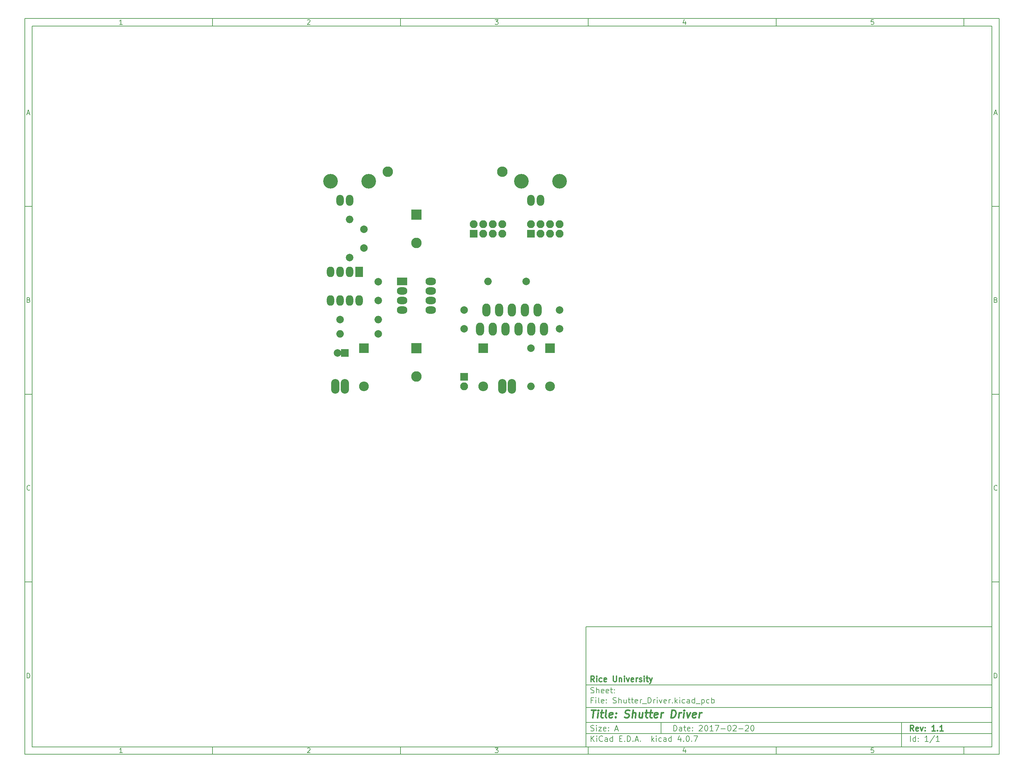
<source format=gts>
%TF.GenerationSoftware,KiCad,Pcbnew,4.0.7*%
%TF.CreationDate,2018-02-11T16:58:38-06:00*%
%TF.ProjectId,Shutter_Driver,536875747465725F4472697665722E6B,1.1*%
%TF.FileFunction,Soldermask,Top*%
%FSLAX46Y46*%
G04 Gerber Fmt 4.6, Leading zero omitted, Abs format (unit mm)*
G04 Created by KiCad (PCBNEW 4.0.7) date 02/11/18 16:58:38*
%MOMM*%
%LPD*%
G01*
G04 APERTURE LIST*
%ADD10C,0.100000*%
%ADD11C,0.150000*%
%ADD12C,0.300000*%
%ADD13C,0.400000*%
%ADD14O,2.200860X3.900120*%
%ADD15R,2.100000X2.100000*%
%ADD16O,2.100000X2.100000*%
%ADD17O,2.178000X3.448000*%
%ADD18C,3.900120*%
%ADD19O,2.000200X2.899360*%
%ADD20C,2.000000*%
%ADD21R,2.800000X2.800000*%
%ADD22C,2.800000*%
%ADD23R,2.000000X2.000000*%
%ADD24R,2.600000X2.600000*%
%ADD25O,2.600000X2.600000*%
%ADD26O,2.000000X2.000000*%
%ADD27O,2.800000X2.800000*%
%ADD28R,2.000000X2.800000*%
%ADD29O,2.000000X2.800000*%
%ADD30R,2.800000X2.000000*%
%ADD31O,2.800000X2.000000*%
G04 APERTURE END LIST*
D10*
D11*
X159400000Y-171900000D02*
X159400000Y-203900000D01*
X267400000Y-203900000D01*
X267400000Y-171900000D01*
X159400000Y-171900000D01*
D10*
D11*
X10000000Y-10000000D02*
X10000000Y-205900000D01*
X269400000Y-205900000D01*
X269400000Y-10000000D01*
X10000000Y-10000000D01*
D10*
D11*
X12000000Y-12000000D02*
X12000000Y-203900000D01*
X267400000Y-203900000D01*
X267400000Y-12000000D01*
X12000000Y-12000000D01*
D10*
D11*
X60000000Y-12000000D02*
X60000000Y-10000000D01*
D10*
D11*
X110000000Y-12000000D02*
X110000000Y-10000000D01*
D10*
D11*
X160000000Y-12000000D02*
X160000000Y-10000000D01*
D10*
D11*
X210000000Y-12000000D02*
X210000000Y-10000000D01*
D10*
D11*
X260000000Y-12000000D02*
X260000000Y-10000000D01*
D10*
D11*
X35990476Y-11588095D02*
X35247619Y-11588095D01*
X35619048Y-11588095D02*
X35619048Y-10288095D01*
X35495238Y-10473810D01*
X35371429Y-10597619D01*
X35247619Y-10659524D01*
D10*
D11*
X85247619Y-10411905D02*
X85309524Y-10350000D01*
X85433333Y-10288095D01*
X85742857Y-10288095D01*
X85866667Y-10350000D01*
X85928571Y-10411905D01*
X85990476Y-10535714D01*
X85990476Y-10659524D01*
X85928571Y-10845238D01*
X85185714Y-11588095D01*
X85990476Y-11588095D01*
D10*
D11*
X135185714Y-10288095D02*
X135990476Y-10288095D01*
X135557143Y-10783333D01*
X135742857Y-10783333D01*
X135866667Y-10845238D01*
X135928571Y-10907143D01*
X135990476Y-11030952D01*
X135990476Y-11340476D01*
X135928571Y-11464286D01*
X135866667Y-11526190D01*
X135742857Y-11588095D01*
X135371429Y-11588095D01*
X135247619Y-11526190D01*
X135185714Y-11464286D01*
D10*
D11*
X185866667Y-10721429D02*
X185866667Y-11588095D01*
X185557143Y-10226190D02*
X185247619Y-11154762D01*
X186052381Y-11154762D01*
D10*
D11*
X235928571Y-10288095D02*
X235309524Y-10288095D01*
X235247619Y-10907143D01*
X235309524Y-10845238D01*
X235433333Y-10783333D01*
X235742857Y-10783333D01*
X235866667Y-10845238D01*
X235928571Y-10907143D01*
X235990476Y-11030952D01*
X235990476Y-11340476D01*
X235928571Y-11464286D01*
X235866667Y-11526190D01*
X235742857Y-11588095D01*
X235433333Y-11588095D01*
X235309524Y-11526190D01*
X235247619Y-11464286D01*
D10*
D11*
X60000000Y-203900000D02*
X60000000Y-205900000D01*
D10*
D11*
X110000000Y-203900000D02*
X110000000Y-205900000D01*
D10*
D11*
X160000000Y-203900000D02*
X160000000Y-205900000D01*
D10*
D11*
X210000000Y-203900000D02*
X210000000Y-205900000D01*
D10*
D11*
X260000000Y-203900000D02*
X260000000Y-205900000D01*
D10*
D11*
X35990476Y-205488095D02*
X35247619Y-205488095D01*
X35619048Y-205488095D02*
X35619048Y-204188095D01*
X35495238Y-204373810D01*
X35371429Y-204497619D01*
X35247619Y-204559524D01*
D10*
D11*
X85247619Y-204311905D02*
X85309524Y-204250000D01*
X85433333Y-204188095D01*
X85742857Y-204188095D01*
X85866667Y-204250000D01*
X85928571Y-204311905D01*
X85990476Y-204435714D01*
X85990476Y-204559524D01*
X85928571Y-204745238D01*
X85185714Y-205488095D01*
X85990476Y-205488095D01*
D10*
D11*
X135185714Y-204188095D02*
X135990476Y-204188095D01*
X135557143Y-204683333D01*
X135742857Y-204683333D01*
X135866667Y-204745238D01*
X135928571Y-204807143D01*
X135990476Y-204930952D01*
X135990476Y-205240476D01*
X135928571Y-205364286D01*
X135866667Y-205426190D01*
X135742857Y-205488095D01*
X135371429Y-205488095D01*
X135247619Y-205426190D01*
X135185714Y-205364286D01*
D10*
D11*
X185866667Y-204621429D02*
X185866667Y-205488095D01*
X185557143Y-204126190D02*
X185247619Y-205054762D01*
X186052381Y-205054762D01*
D10*
D11*
X235928571Y-204188095D02*
X235309524Y-204188095D01*
X235247619Y-204807143D01*
X235309524Y-204745238D01*
X235433333Y-204683333D01*
X235742857Y-204683333D01*
X235866667Y-204745238D01*
X235928571Y-204807143D01*
X235990476Y-204930952D01*
X235990476Y-205240476D01*
X235928571Y-205364286D01*
X235866667Y-205426190D01*
X235742857Y-205488095D01*
X235433333Y-205488095D01*
X235309524Y-205426190D01*
X235247619Y-205364286D01*
D10*
D11*
X10000000Y-60000000D02*
X12000000Y-60000000D01*
D10*
D11*
X10000000Y-110000000D02*
X12000000Y-110000000D01*
D10*
D11*
X10000000Y-160000000D02*
X12000000Y-160000000D01*
D10*
D11*
X10690476Y-35216667D02*
X11309524Y-35216667D01*
X10566667Y-35588095D02*
X11000000Y-34288095D01*
X11433333Y-35588095D01*
D10*
D11*
X11092857Y-84907143D02*
X11278571Y-84969048D01*
X11340476Y-85030952D01*
X11402381Y-85154762D01*
X11402381Y-85340476D01*
X11340476Y-85464286D01*
X11278571Y-85526190D01*
X11154762Y-85588095D01*
X10659524Y-85588095D01*
X10659524Y-84288095D01*
X11092857Y-84288095D01*
X11216667Y-84350000D01*
X11278571Y-84411905D01*
X11340476Y-84535714D01*
X11340476Y-84659524D01*
X11278571Y-84783333D01*
X11216667Y-84845238D01*
X11092857Y-84907143D01*
X10659524Y-84907143D01*
D10*
D11*
X11402381Y-135464286D02*
X11340476Y-135526190D01*
X11154762Y-135588095D01*
X11030952Y-135588095D01*
X10845238Y-135526190D01*
X10721429Y-135402381D01*
X10659524Y-135278571D01*
X10597619Y-135030952D01*
X10597619Y-134845238D01*
X10659524Y-134597619D01*
X10721429Y-134473810D01*
X10845238Y-134350000D01*
X11030952Y-134288095D01*
X11154762Y-134288095D01*
X11340476Y-134350000D01*
X11402381Y-134411905D01*
D10*
D11*
X10659524Y-185588095D02*
X10659524Y-184288095D01*
X10969048Y-184288095D01*
X11154762Y-184350000D01*
X11278571Y-184473810D01*
X11340476Y-184597619D01*
X11402381Y-184845238D01*
X11402381Y-185030952D01*
X11340476Y-185278571D01*
X11278571Y-185402381D01*
X11154762Y-185526190D01*
X10969048Y-185588095D01*
X10659524Y-185588095D01*
D10*
D11*
X269400000Y-60000000D02*
X267400000Y-60000000D01*
D10*
D11*
X269400000Y-110000000D02*
X267400000Y-110000000D01*
D10*
D11*
X269400000Y-160000000D02*
X267400000Y-160000000D01*
D10*
D11*
X268090476Y-35216667D02*
X268709524Y-35216667D01*
X267966667Y-35588095D02*
X268400000Y-34288095D01*
X268833333Y-35588095D01*
D10*
D11*
X268492857Y-84907143D02*
X268678571Y-84969048D01*
X268740476Y-85030952D01*
X268802381Y-85154762D01*
X268802381Y-85340476D01*
X268740476Y-85464286D01*
X268678571Y-85526190D01*
X268554762Y-85588095D01*
X268059524Y-85588095D01*
X268059524Y-84288095D01*
X268492857Y-84288095D01*
X268616667Y-84350000D01*
X268678571Y-84411905D01*
X268740476Y-84535714D01*
X268740476Y-84659524D01*
X268678571Y-84783333D01*
X268616667Y-84845238D01*
X268492857Y-84907143D01*
X268059524Y-84907143D01*
D10*
D11*
X268802381Y-135464286D02*
X268740476Y-135526190D01*
X268554762Y-135588095D01*
X268430952Y-135588095D01*
X268245238Y-135526190D01*
X268121429Y-135402381D01*
X268059524Y-135278571D01*
X267997619Y-135030952D01*
X267997619Y-134845238D01*
X268059524Y-134597619D01*
X268121429Y-134473810D01*
X268245238Y-134350000D01*
X268430952Y-134288095D01*
X268554762Y-134288095D01*
X268740476Y-134350000D01*
X268802381Y-134411905D01*
D10*
D11*
X268059524Y-185588095D02*
X268059524Y-184288095D01*
X268369048Y-184288095D01*
X268554762Y-184350000D01*
X268678571Y-184473810D01*
X268740476Y-184597619D01*
X268802381Y-184845238D01*
X268802381Y-185030952D01*
X268740476Y-185278571D01*
X268678571Y-185402381D01*
X268554762Y-185526190D01*
X268369048Y-185588095D01*
X268059524Y-185588095D01*
D10*
D11*
X182757143Y-199678571D02*
X182757143Y-198178571D01*
X183114286Y-198178571D01*
X183328571Y-198250000D01*
X183471429Y-198392857D01*
X183542857Y-198535714D01*
X183614286Y-198821429D01*
X183614286Y-199035714D01*
X183542857Y-199321429D01*
X183471429Y-199464286D01*
X183328571Y-199607143D01*
X183114286Y-199678571D01*
X182757143Y-199678571D01*
X184900000Y-199678571D02*
X184900000Y-198892857D01*
X184828571Y-198750000D01*
X184685714Y-198678571D01*
X184400000Y-198678571D01*
X184257143Y-198750000D01*
X184900000Y-199607143D02*
X184757143Y-199678571D01*
X184400000Y-199678571D01*
X184257143Y-199607143D01*
X184185714Y-199464286D01*
X184185714Y-199321429D01*
X184257143Y-199178571D01*
X184400000Y-199107143D01*
X184757143Y-199107143D01*
X184900000Y-199035714D01*
X185400000Y-198678571D02*
X185971429Y-198678571D01*
X185614286Y-198178571D02*
X185614286Y-199464286D01*
X185685714Y-199607143D01*
X185828572Y-199678571D01*
X185971429Y-199678571D01*
X187042857Y-199607143D02*
X186900000Y-199678571D01*
X186614286Y-199678571D01*
X186471429Y-199607143D01*
X186400000Y-199464286D01*
X186400000Y-198892857D01*
X186471429Y-198750000D01*
X186614286Y-198678571D01*
X186900000Y-198678571D01*
X187042857Y-198750000D01*
X187114286Y-198892857D01*
X187114286Y-199035714D01*
X186400000Y-199178571D01*
X187757143Y-199535714D02*
X187828571Y-199607143D01*
X187757143Y-199678571D01*
X187685714Y-199607143D01*
X187757143Y-199535714D01*
X187757143Y-199678571D01*
X187757143Y-198750000D02*
X187828571Y-198821429D01*
X187757143Y-198892857D01*
X187685714Y-198821429D01*
X187757143Y-198750000D01*
X187757143Y-198892857D01*
X189542857Y-198321429D02*
X189614286Y-198250000D01*
X189757143Y-198178571D01*
X190114286Y-198178571D01*
X190257143Y-198250000D01*
X190328572Y-198321429D01*
X190400000Y-198464286D01*
X190400000Y-198607143D01*
X190328572Y-198821429D01*
X189471429Y-199678571D01*
X190400000Y-199678571D01*
X191328571Y-198178571D02*
X191471428Y-198178571D01*
X191614285Y-198250000D01*
X191685714Y-198321429D01*
X191757143Y-198464286D01*
X191828571Y-198750000D01*
X191828571Y-199107143D01*
X191757143Y-199392857D01*
X191685714Y-199535714D01*
X191614285Y-199607143D01*
X191471428Y-199678571D01*
X191328571Y-199678571D01*
X191185714Y-199607143D01*
X191114285Y-199535714D01*
X191042857Y-199392857D01*
X190971428Y-199107143D01*
X190971428Y-198750000D01*
X191042857Y-198464286D01*
X191114285Y-198321429D01*
X191185714Y-198250000D01*
X191328571Y-198178571D01*
X193257142Y-199678571D02*
X192399999Y-199678571D01*
X192828571Y-199678571D02*
X192828571Y-198178571D01*
X192685714Y-198392857D01*
X192542856Y-198535714D01*
X192399999Y-198607143D01*
X193757142Y-198178571D02*
X194757142Y-198178571D01*
X194114285Y-199678571D01*
X195328570Y-199107143D02*
X196471427Y-199107143D01*
X197471427Y-198178571D02*
X197614284Y-198178571D01*
X197757141Y-198250000D01*
X197828570Y-198321429D01*
X197899999Y-198464286D01*
X197971427Y-198750000D01*
X197971427Y-199107143D01*
X197899999Y-199392857D01*
X197828570Y-199535714D01*
X197757141Y-199607143D01*
X197614284Y-199678571D01*
X197471427Y-199678571D01*
X197328570Y-199607143D01*
X197257141Y-199535714D01*
X197185713Y-199392857D01*
X197114284Y-199107143D01*
X197114284Y-198750000D01*
X197185713Y-198464286D01*
X197257141Y-198321429D01*
X197328570Y-198250000D01*
X197471427Y-198178571D01*
X198542855Y-198321429D02*
X198614284Y-198250000D01*
X198757141Y-198178571D01*
X199114284Y-198178571D01*
X199257141Y-198250000D01*
X199328570Y-198321429D01*
X199399998Y-198464286D01*
X199399998Y-198607143D01*
X199328570Y-198821429D01*
X198471427Y-199678571D01*
X199399998Y-199678571D01*
X200042855Y-199107143D02*
X201185712Y-199107143D01*
X201828569Y-198321429D02*
X201899998Y-198250000D01*
X202042855Y-198178571D01*
X202399998Y-198178571D01*
X202542855Y-198250000D01*
X202614284Y-198321429D01*
X202685712Y-198464286D01*
X202685712Y-198607143D01*
X202614284Y-198821429D01*
X201757141Y-199678571D01*
X202685712Y-199678571D01*
X203614283Y-198178571D02*
X203757140Y-198178571D01*
X203899997Y-198250000D01*
X203971426Y-198321429D01*
X204042855Y-198464286D01*
X204114283Y-198750000D01*
X204114283Y-199107143D01*
X204042855Y-199392857D01*
X203971426Y-199535714D01*
X203899997Y-199607143D01*
X203757140Y-199678571D01*
X203614283Y-199678571D01*
X203471426Y-199607143D01*
X203399997Y-199535714D01*
X203328569Y-199392857D01*
X203257140Y-199107143D01*
X203257140Y-198750000D01*
X203328569Y-198464286D01*
X203399997Y-198321429D01*
X203471426Y-198250000D01*
X203614283Y-198178571D01*
D10*
D11*
X159400000Y-200400000D02*
X267400000Y-200400000D01*
D10*
D11*
X160757143Y-202478571D02*
X160757143Y-200978571D01*
X161614286Y-202478571D02*
X160971429Y-201621429D01*
X161614286Y-200978571D02*
X160757143Y-201835714D01*
X162257143Y-202478571D02*
X162257143Y-201478571D01*
X162257143Y-200978571D02*
X162185714Y-201050000D01*
X162257143Y-201121429D01*
X162328571Y-201050000D01*
X162257143Y-200978571D01*
X162257143Y-201121429D01*
X163828572Y-202335714D02*
X163757143Y-202407143D01*
X163542857Y-202478571D01*
X163400000Y-202478571D01*
X163185715Y-202407143D01*
X163042857Y-202264286D01*
X162971429Y-202121429D01*
X162900000Y-201835714D01*
X162900000Y-201621429D01*
X162971429Y-201335714D01*
X163042857Y-201192857D01*
X163185715Y-201050000D01*
X163400000Y-200978571D01*
X163542857Y-200978571D01*
X163757143Y-201050000D01*
X163828572Y-201121429D01*
X165114286Y-202478571D02*
X165114286Y-201692857D01*
X165042857Y-201550000D01*
X164900000Y-201478571D01*
X164614286Y-201478571D01*
X164471429Y-201550000D01*
X165114286Y-202407143D02*
X164971429Y-202478571D01*
X164614286Y-202478571D01*
X164471429Y-202407143D01*
X164400000Y-202264286D01*
X164400000Y-202121429D01*
X164471429Y-201978571D01*
X164614286Y-201907143D01*
X164971429Y-201907143D01*
X165114286Y-201835714D01*
X166471429Y-202478571D02*
X166471429Y-200978571D01*
X166471429Y-202407143D02*
X166328572Y-202478571D01*
X166042858Y-202478571D01*
X165900000Y-202407143D01*
X165828572Y-202335714D01*
X165757143Y-202192857D01*
X165757143Y-201764286D01*
X165828572Y-201621429D01*
X165900000Y-201550000D01*
X166042858Y-201478571D01*
X166328572Y-201478571D01*
X166471429Y-201550000D01*
X168328572Y-201692857D02*
X168828572Y-201692857D01*
X169042858Y-202478571D02*
X168328572Y-202478571D01*
X168328572Y-200978571D01*
X169042858Y-200978571D01*
X169685715Y-202335714D02*
X169757143Y-202407143D01*
X169685715Y-202478571D01*
X169614286Y-202407143D01*
X169685715Y-202335714D01*
X169685715Y-202478571D01*
X170400001Y-202478571D02*
X170400001Y-200978571D01*
X170757144Y-200978571D01*
X170971429Y-201050000D01*
X171114287Y-201192857D01*
X171185715Y-201335714D01*
X171257144Y-201621429D01*
X171257144Y-201835714D01*
X171185715Y-202121429D01*
X171114287Y-202264286D01*
X170971429Y-202407143D01*
X170757144Y-202478571D01*
X170400001Y-202478571D01*
X171900001Y-202335714D02*
X171971429Y-202407143D01*
X171900001Y-202478571D01*
X171828572Y-202407143D01*
X171900001Y-202335714D01*
X171900001Y-202478571D01*
X172542858Y-202050000D02*
X173257144Y-202050000D01*
X172400001Y-202478571D02*
X172900001Y-200978571D01*
X173400001Y-202478571D01*
X173900001Y-202335714D02*
X173971429Y-202407143D01*
X173900001Y-202478571D01*
X173828572Y-202407143D01*
X173900001Y-202335714D01*
X173900001Y-202478571D01*
X176900001Y-202478571D02*
X176900001Y-200978571D01*
X177042858Y-201907143D02*
X177471429Y-202478571D01*
X177471429Y-201478571D02*
X176900001Y-202050000D01*
X178114287Y-202478571D02*
X178114287Y-201478571D01*
X178114287Y-200978571D02*
X178042858Y-201050000D01*
X178114287Y-201121429D01*
X178185715Y-201050000D01*
X178114287Y-200978571D01*
X178114287Y-201121429D01*
X179471430Y-202407143D02*
X179328573Y-202478571D01*
X179042859Y-202478571D01*
X178900001Y-202407143D01*
X178828573Y-202335714D01*
X178757144Y-202192857D01*
X178757144Y-201764286D01*
X178828573Y-201621429D01*
X178900001Y-201550000D01*
X179042859Y-201478571D01*
X179328573Y-201478571D01*
X179471430Y-201550000D01*
X180757144Y-202478571D02*
X180757144Y-201692857D01*
X180685715Y-201550000D01*
X180542858Y-201478571D01*
X180257144Y-201478571D01*
X180114287Y-201550000D01*
X180757144Y-202407143D02*
X180614287Y-202478571D01*
X180257144Y-202478571D01*
X180114287Y-202407143D01*
X180042858Y-202264286D01*
X180042858Y-202121429D01*
X180114287Y-201978571D01*
X180257144Y-201907143D01*
X180614287Y-201907143D01*
X180757144Y-201835714D01*
X182114287Y-202478571D02*
X182114287Y-200978571D01*
X182114287Y-202407143D02*
X181971430Y-202478571D01*
X181685716Y-202478571D01*
X181542858Y-202407143D01*
X181471430Y-202335714D01*
X181400001Y-202192857D01*
X181400001Y-201764286D01*
X181471430Y-201621429D01*
X181542858Y-201550000D01*
X181685716Y-201478571D01*
X181971430Y-201478571D01*
X182114287Y-201550000D01*
X184614287Y-201478571D02*
X184614287Y-202478571D01*
X184257144Y-200907143D02*
X183900001Y-201978571D01*
X184828573Y-201978571D01*
X185400001Y-202335714D02*
X185471429Y-202407143D01*
X185400001Y-202478571D01*
X185328572Y-202407143D01*
X185400001Y-202335714D01*
X185400001Y-202478571D01*
X186400001Y-200978571D02*
X186542858Y-200978571D01*
X186685715Y-201050000D01*
X186757144Y-201121429D01*
X186828573Y-201264286D01*
X186900001Y-201550000D01*
X186900001Y-201907143D01*
X186828573Y-202192857D01*
X186757144Y-202335714D01*
X186685715Y-202407143D01*
X186542858Y-202478571D01*
X186400001Y-202478571D01*
X186257144Y-202407143D01*
X186185715Y-202335714D01*
X186114287Y-202192857D01*
X186042858Y-201907143D01*
X186042858Y-201550000D01*
X186114287Y-201264286D01*
X186185715Y-201121429D01*
X186257144Y-201050000D01*
X186400001Y-200978571D01*
X187542858Y-202335714D02*
X187614286Y-202407143D01*
X187542858Y-202478571D01*
X187471429Y-202407143D01*
X187542858Y-202335714D01*
X187542858Y-202478571D01*
X188114287Y-200978571D02*
X189114287Y-200978571D01*
X188471430Y-202478571D01*
D10*
D11*
X159400000Y-197400000D02*
X267400000Y-197400000D01*
D10*
D12*
X246614286Y-199678571D02*
X246114286Y-198964286D01*
X245757143Y-199678571D02*
X245757143Y-198178571D01*
X246328571Y-198178571D01*
X246471429Y-198250000D01*
X246542857Y-198321429D01*
X246614286Y-198464286D01*
X246614286Y-198678571D01*
X246542857Y-198821429D01*
X246471429Y-198892857D01*
X246328571Y-198964286D01*
X245757143Y-198964286D01*
X247828571Y-199607143D02*
X247685714Y-199678571D01*
X247400000Y-199678571D01*
X247257143Y-199607143D01*
X247185714Y-199464286D01*
X247185714Y-198892857D01*
X247257143Y-198750000D01*
X247400000Y-198678571D01*
X247685714Y-198678571D01*
X247828571Y-198750000D01*
X247900000Y-198892857D01*
X247900000Y-199035714D01*
X247185714Y-199178571D01*
X248400000Y-198678571D02*
X248757143Y-199678571D01*
X249114285Y-198678571D01*
X249685714Y-199535714D02*
X249757142Y-199607143D01*
X249685714Y-199678571D01*
X249614285Y-199607143D01*
X249685714Y-199535714D01*
X249685714Y-199678571D01*
X249685714Y-198750000D02*
X249757142Y-198821429D01*
X249685714Y-198892857D01*
X249614285Y-198821429D01*
X249685714Y-198750000D01*
X249685714Y-198892857D01*
X252328571Y-199678571D02*
X251471428Y-199678571D01*
X251900000Y-199678571D02*
X251900000Y-198178571D01*
X251757143Y-198392857D01*
X251614285Y-198535714D01*
X251471428Y-198607143D01*
X252971428Y-199535714D02*
X253042856Y-199607143D01*
X252971428Y-199678571D01*
X252899999Y-199607143D01*
X252971428Y-199535714D01*
X252971428Y-199678571D01*
X254471428Y-199678571D02*
X253614285Y-199678571D01*
X254042857Y-199678571D02*
X254042857Y-198178571D01*
X253900000Y-198392857D01*
X253757142Y-198535714D01*
X253614285Y-198607143D01*
D10*
D11*
X160685714Y-199607143D02*
X160900000Y-199678571D01*
X161257143Y-199678571D01*
X161400000Y-199607143D01*
X161471429Y-199535714D01*
X161542857Y-199392857D01*
X161542857Y-199250000D01*
X161471429Y-199107143D01*
X161400000Y-199035714D01*
X161257143Y-198964286D01*
X160971429Y-198892857D01*
X160828571Y-198821429D01*
X160757143Y-198750000D01*
X160685714Y-198607143D01*
X160685714Y-198464286D01*
X160757143Y-198321429D01*
X160828571Y-198250000D01*
X160971429Y-198178571D01*
X161328571Y-198178571D01*
X161542857Y-198250000D01*
X162185714Y-199678571D02*
X162185714Y-198678571D01*
X162185714Y-198178571D02*
X162114285Y-198250000D01*
X162185714Y-198321429D01*
X162257142Y-198250000D01*
X162185714Y-198178571D01*
X162185714Y-198321429D01*
X162757143Y-198678571D02*
X163542857Y-198678571D01*
X162757143Y-199678571D01*
X163542857Y-199678571D01*
X164685714Y-199607143D02*
X164542857Y-199678571D01*
X164257143Y-199678571D01*
X164114286Y-199607143D01*
X164042857Y-199464286D01*
X164042857Y-198892857D01*
X164114286Y-198750000D01*
X164257143Y-198678571D01*
X164542857Y-198678571D01*
X164685714Y-198750000D01*
X164757143Y-198892857D01*
X164757143Y-199035714D01*
X164042857Y-199178571D01*
X165400000Y-199535714D02*
X165471428Y-199607143D01*
X165400000Y-199678571D01*
X165328571Y-199607143D01*
X165400000Y-199535714D01*
X165400000Y-199678571D01*
X165400000Y-198750000D02*
X165471428Y-198821429D01*
X165400000Y-198892857D01*
X165328571Y-198821429D01*
X165400000Y-198750000D01*
X165400000Y-198892857D01*
X167185714Y-199250000D02*
X167900000Y-199250000D01*
X167042857Y-199678571D02*
X167542857Y-198178571D01*
X168042857Y-199678571D01*
D10*
D11*
X245757143Y-202478571D02*
X245757143Y-200978571D01*
X247114286Y-202478571D02*
X247114286Y-200978571D01*
X247114286Y-202407143D02*
X246971429Y-202478571D01*
X246685715Y-202478571D01*
X246542857Y-202407143D01*
X246471429Y-202335714D01*
X246400000Y-202192857D01*
X246400000Y-201764286D01*
X246471429Y-201621429D01*
X246542857Y-201550000D01*
X246685715Y-201478571D01*
X246971429Y-201478571D01*
X247114286Y-201550000D01*
X247828572Y-202335714D02*
X247900000Y-202407143D01*
X247828572Y-202478571D01*
X247757143Y-202407143D01*
X247828572Y-202335714D01*
X247828572Y-202478571D01*
X247828572Y-201550000D02*
X247900000Y-201621429D01*
X247828572Y-201692857D01*
X247757143Y-201621429D01*
X247828572Y-201550000D01*
X247828572Y-201692857D01*
X250471429Y-202478571D02*
X249614286Y-202478571D01*
X250042858Y-202478571D02*
X250042858Y-200978571D01*
X249900001Y-201192857D01*
X249757143Y-201335714D01*
X249614286Y-201407143D01*
X252185714Y-200907143D02*
X250900000Y-202835714D01*
X253471429Y-202478571D02*
X252614286Y-202478571D01*
X253042858Y-202478571D02*
X253042858Y-200978571D01*
X252900001Y-201192857D01*
X252757143Y-201335714D01*
X252614286Y-201407143D01*
D10*
D11*
X159400000Y-193400000D02*
X267400000Y-193400000D01*
D10*
D13*
X160852381Y-194104762D02*
X161995238Y-194104762D01*
X161173810Y-196104762D02*
X161423810Y-194104762D01*
X162411905Y-196104762D02*
X162578571Y-194771429D01*
X162661905Y-194104762D02*
X162554762Y-194200000D01*
X162638095Y-194295238D01*
X162745239Y-194200000D01*
X162661905Y-194104762D01*
X162638095Y-194295238D01*
X163245238Y-194771429D02*
X164007143Y-194771429D01*
X163614286Y-194104762D02*
X163400000Y-195819048D01*
X163471430Y-196009524D01*
X163650001Y-196104762D01*
X163840477Y-196104762D01*
X164792858Y-196104762D02*
X164614287Y-196009524D01*
X164542857Y-195819048D01*
X164757143Y-194104762D01*
X166328572Y-196009524D02*
X166126191Y-196104762D01*
X165745239Y-196104762D01*
X165566667Y-196009524D01*
X165495238Y-195819048D01*
X165590476Y-195057143D01*
X165709524Y-194866667D01*
X165911905Y-194771429D01*
X166292857Y-194771429D01*
X166471429Y-194866667D01*
X166542857Y-195057143D01*
X166519048Y-195247619D01*
X165542857Y-195438095D01*
X167292857Y-195914286D02*
X167376192Y-196009524D01*
X167269048Y-196104762D01*
X167185715Y-196009524D01*
X167292857Y-195914286D01*
X167269048Y-196104762D01*
X167423810Y-194866667D02*
X167507144Y-194961905D01*
X167400000Y-195057143D01*
X167316667Y-194961905D01*
X167423810Y-194866667D01*
X167400000Y-195057143D01*
X169661906Y-196009524D02*
X169935716Y-196104762D01*
X170411906Y-196104762D01*
X170614287Y-196009524D01*
X170721429Y-195914286D01*
X170840478Y-195723810D01*
X170864287Y-195533333D01*
X170792858Y-195342857D01*
X170709525Y-195247619D01*
X170530953Y-195152381D01*
X170161906Y-195057143D01*
X169983335Y-194961905D01*
X169900001Y-194866667D01*
X169828572Y-194676190D01*
X169852382Y-194485714D01*
X169971429Y-194295238D01*
X170078573Y-194200000D01*
X170280954Y-194104762D01*
X170757144Y-194104762D01*
X171030954Y-194200000D01*
X171650001Y-196104762D02*
X171900001Y-194104762D01*
X172507144Y-196104762D02*
X172638096Y-195057143D01*
X172566668Y-194866667D01*
X172388096Y-194771429D01*
X172102382Y-194771429D01*
X171900002Y-194866667D01*
X171792858Y-194961905D01*
X174483334Y-194771429D02*
X174316668Y-196104762D01*
X173626191Y-194771429D02*
X173495239Y-195819048D01*
X173566669Y-196009524D01*
X173745240Y-196104762D01*
X174030954Y-196104762D01*
X174233335Y-196009524D01*
X174340477Y-195914286D01*
X175150001Y-194771429D02*
X175911906Y-194771429D01*
X175519049Y-194104762D02*
X175304763Y-195819048D01*
X175376193Y-196009524D01*
X175554764Y-196104762D01*
X175745240Y-196104762D01*
X176292858Y-194771429D02*
X177054763Y-194771429D01*
X176661906Y-194104762D02*
X176447620Y-195819048D01*
X176519050Y-196009524D01*
X176697621Y-196104762D01*
X176888097Y-196104762D01*
X178328573Y-196009524D02*
X178126192Y-196104762D01*
X177745240Y-196104762D01*
X177566668Y-196009524D01*
X177495239Y-195819048D01*
X177590477Y-195057143D01*
X177709525Y-194866667D01*
X177911906Y-194771429D01*
X178292858Y-194771429D01*
X178471430Y-194866667D01*
X178542858Y-195057143D01*
X178519049Y-195247619D01*
X177542858Y-195438095D01*
X179269049Y-196104762D02*
X179435715Y-194771429D01*
X179388096Y-195152381D02*
X179507145Y-194961905D01*
X179614288Y-194866667D01*
X179816668Y-194771429D01*
X180007144Y-194771429D01*
X182030954Y-196104762D02*
X182280954Y-194104762D01*
X182757145Y-194104762D01*
X183030954Y-194200000D01*
X183197621Y-194390476D01*
X183269050Y-194580952D01*
X183316669Y-194961905D01*
X183280955Y-195247619D01*
X183138098Y-195628571D01*
X183019049Y-195819048D01*
X182804764Y-196009524D01*
X182507145Y-196104762D01*
X182030954Y-196104762D01*
X184030954Y-196104762D02*
X184197620Y-194771429D01*
X184150001Y-195152381D02*
X184269050Y-194961905D01*
X184376193Y-194866667D01*
X184578573Y-194771429D01*
X184769049Y-194771429D01*
X185269049Y-196104762D02*
X185435715Y-194771429D01*
X185519049Y-194104762D02*
X185411906Y-194200000D01*
X185495239Y-194295238D01*
X185602383Y-194200000D01*
X185519049Y-194104762D01*
X185495239Y-194295238D01*
X186197620Y-194771429D02*
X186507145Y-196104762D01*
X187150001Y-194771429D01*
X188519050Y-196009524D02*
X188316669Y-196104762D01*
X187935717Y-196104762D01*
X187757145Y-196009524D01*
X187685716Y-195819048D01*
X187780954Y-195057143D01*
X187900002Y-194866667D01*
X188102383Y-194771429D01*
X188483335Y-194771429D01*
X188661907Y-194866667D01*
X188733335Y-195057143D01*
X188709526Y-195247619D01*
X187733335Y-195438095D01*
X189459526Y-196104762D02*
X189626192Y-194771429D01*
X189578573Y-195152381D02*
X189697622Y-194961905D01*
X189804765Y-194866667D01*
X190007145Y-194771429D01*
X190197621Y-194771429D01*
D10*
D11*
X161257143Y-191492857D02*
X160757143Y-191492857D01*
X160757143Y-192278571D02*
X160757143Y-190778571D01*
X161471429Y-190778571D01*
X162042857Y-192278571D02*
X162042857Y-191278571D01*
X162042857Y-190778571D02*
X161971428Y-190850000D01*
X162042857Y-190921429D01*
X162114285Y-190850000D01*
X162042857Y-190778571D01*
X162042857Y-190921429D01*
X162971429Y-192278571D02*
X162828571Y-192207143D01*
X162757143Y-192064286D01*
X162757143Y-190778571D01*
X164114285Y-192207143D02*
X163971428Y-192278571D01*
X163685714Y-192278571D01*
X163542857Y-192207143D01*
X163471428Y-192064286D01*
X163471428Y-191492857D01*
X163542857Y-191350000D01*
X163685714Y-191278571D01*
X163971428Y-191278571D01*
X164114285Y-191350000D01*
X164185714Y-191492857D01*
X164185714Y-191635714D01*
X163471428Y-191778571D01*
X164828571Y-192135714D02*
X164899999Y-192207143D01*
X164828571Y-192278571D01*
X164757142Y-192207143D01*
X164828571Y-192135714D01*
X164828571Y-192278571D01*
X164828571Y-191350000D02*
X164899999Y-191421429D01*
X164828571Y-191492857D01*
X164757142Y-191421429D01*
X164828571Y-191350000D01*
X164828571Y-191492857D01*
X166614285Y-192207143D02*
X166828571Y-192278571D01*
X167185714Y-192278571D01*
X167328571Y-192207143D01*
X167400000Y-192135714D01*
X167471428Y-191992857D01*
X167471428Y-191850000D01*
X167400000Y-191707143D01*
X167328571Y-191635714D01*
X167185714Y-191564286D01*
X166900000Y-191492857D01*
X166757142Y-191421429D01*
X166685714Y-191350000D01*
X166614285Y-191207143D01*
X166614285Y-191064286D01*
X166685714Y-190921429D01*
X166757142Y-190850000D01*
X166900000Y-190778571D01*
X167257142Y-190778571D01*
X167471428Y-190850000D01*
X168114285Y-192278571D02*
X168114285Y-190778571D01*
X168757142Y-192278571D02*
X168757142Y-191492857D01*
X168685713Y-191350000D01*
X168542856Y-191278571D01*
X168328571Y-191278571D01*
X168185713Y-191350000D01*
X168114285Y-191421429D01*
X170114285Y-191278571D02*
X170114285Y-192278571D01*
X169471428Y-191278571D02*
X169471428Y-192064286D01*
X169542856Y-192207143D01*
X169685714Y-192278571D01*
X169899999Y-192278571D01*
X170042856Y-192207143D01*
X170114285Y-192135714D01*
X170614285Y-191278571D02*
X171185714Y-191278571D01*
X170828571Y-190778571D02*
X170828571Y-192064286D01*
X170899999Y-192207143D01*
X171042857Y-192278571D01*
X171185714Y-192278571D01*
X171471428Y-191278571D02*
X172042857Y-191278571D01*
X171685714Y-190778571D02*
X171685714Y-192064286D01*
X171757142Y-192207143D01*
X171900000Y-192278571D01*
X172042857Y-192278571D01*
X173114285Y-192207143D02*
X172971428Y-192278571D01*
X172685714Y-192278571D01*
X172542857Y-192207143D01*
X172471428Y-192064286D01*
X172471428Y-191492857D01*
X172542857Y-191350000D01*
X172685714Y-191278571D01*
X172971428Y-191278571D01*
X173114285Y-191350000D01*
X173185714Y-191492857D01*
X173185714Y-191635714D01*
X172471428Y-191778571D01*
X173828571Y-192278571D02*
X173828571Y-191278571D01*
X173828571Y-191564286D02*
X173899999Y-191421429D01*
X173971428Y-191350000D01*
X174114285Y-191278571D01*
X174257142Y-191278571D01*
X174399999Y-192421429D02*
X175542856Y-192421429D01*
X175899999Y-192278571D02*
X175899999Y-190778571D01*
X176257142Y-190778571D01*
X176471427Y-190850000D01*
X176614285Y-190992857D01*
X176685713Y-191135714D01*
X176757142Y-191421429D01*
X176757142Y-191635714D01*
X176685713Y-191921429D01*
X176614285Y-192064286D01*
X176471427Y-192207143D01*
X176257142Y-192278571D01*
X175899999Y-192278571D01*
X177399999Y-192278571D02*
X177399999Y-191278571D01*
X177399999Y-191564286D02*
X177471427Y-191421429D01*
X177542856Y-191350000D01*
X177685713Y-191278571D01*
X177828570Y-191278571D01*
X178328570Y-192278571D02*
X178328570Y-191278571D01*
X178328570Y-190778571D02*
X178257141Y-190850000D01*
X178328570Y-190921429D01*
X178399998Y-190850000D01*
X178328570Y-190778571D01*
X178328570Y-190921429D01*
X178899999Y-191278571D02*
X179257142Y-192278571D01*
X179614284Y-191278571D01*
X180757141Y-192207143D02*
X180614284Y-192278571D01*
X180328570Y-192278571D01*
X180185713Y-192207143D01*
X180114284Y-192064286D01*
X180114284Y-191492857D01*
X180185713Y-191350000D01*
X180328570Y-191278571D01*
X180614284Y-191278571D01*
X180757141Y-191350000D01*
X180828570Y-191492857D01*
X180828570Y-191635714D01*
X180114284Y-191778571D01*
X181471427Y-192278571D02*
X181471427Y-191278571D01*
X181471427Y-191564286D02*
X181542855Y-191421429D01*
X181614284Y-191350000D01*
X181757141Y-191278571D01*
X181899998Y-191278571D01*
X182399998Y-192135714D02*
X182471426Y-192207143D01*
X182399998Y-192278571D01*
X182328569Y-192207143D01*
X182399998Y-192135714D01*
X182399998Y-192278571D01*
X183114284Y-192278571D02*
X183114284Y-190778571D01*
X183257141Y-191707143D02*
X183685712Y-192278571D01*
X183685712Y-191278571D02*
X183114284Y-191850000D01*
X184328570Y-192278571D02*
X184328570Y-191278571D01*
X184328570Y-190778571D02*
X184257141Y-190850000D01*
X184328570Y-190921429D01*
X184399998Y-190850000D01*
X184328570Y-190778571D01*
X184328570Y-190921429D01*
X185685713Y-192207143D02*
X185542856Y-192278571D01*
X185257142Y-192278571D01*
X185114284Y-192207143D01*
X185042856Y-192135714D01*
X184971427Y-191992857D01*
X184971427Y-191564286D01*
X185042856Y-191421429D01*
X185114284Y-191350000D01*
X185257142Y-191278571D01*
X185542856Y-191278571D01*
X185685713Y-191350000D01*
X186971427Y-192278571D02*
X186971427Y-191492857D01*
X186899998Y-191350000D01*
X186757141Y-191278571D01*
X186471427Y-191278571D01*
X186328570Y-191350000D01*
X186971427Y-192207143D02*
X186828570Y-192278571D01*
X186471427Y-192278571D01*
X186328570Y-192207143D01*
X186257141Y-192064286D01*
X186257141Y-191921429D01*
X186328570Y-191778571D01*
X186471427Y-191707143D01*
X186828570Y-191707143D01*
X186971427Y-191635714D01*
X188328570Y-192278571D02*
X188328570Y-190778571D01*
X188328570Y-192207143D02*
X188185713Y-192278571D01*
X187899999Y-192278571D01*
X187757141Y-192207143D01*
X187685713Y-192135714D01*
X187614284Y-191992857D01*
X187614284Y-191564286D01*
X187685713Y-191421429D01*
X187757141Y-191350000D01*
X187899999Y-191278571D01*
X188185713Y-191278571D01*
X188328570Y-191350000D01*
X188685713Y-192421429D02*
X189828570Y-192421429D01*
X190185713Y-191278571D02*
X190185713Y-192778571D01*
X190185713Y-191350000D02*
X190328570Y-191278571D01*
X190614284Y-191278571D01*
X190757141Y-191350000D01*
X190828570Y-191421429D01*
X190899999Y-191564286D01*
X190899999Y-191992857D01*
X190828570Y-192135714D01*
X190757141Y-192207143D01*
X190614284Y-192278571D01*
X190328570Y-192278571D01*
X190185713Y-192207143D01*
X192185713Y-192207143D02*
X192042856Y-192278571D01*
X191757142Y-192278571D01*
X191614284Y-192207143D01*
X191542856Y-192135714D01*
X191471427Y-191992857D01*
X191471427Y-191564286D01*
X191542856Y-191421429D01*
X191614284Y-191350000D01*
X191757142Y-191278571D01*
X192042856Y-191278571D01*
X192185713Y-191350000D01*
X192828570Y-192278571D02*
X192828570Y-190778571D01*
X192828570Y-191350000D02*
X192971427Y-191278571D01*
X193257141Y-191278571D01*
X193399998Y-191350000D01*
X193471427Y-191421429D01*
X193542856Y-191564286D01*
X193542856Y-191992857D01*
X193471427Y-192135714D01*
X193399998Y-192207143D01*
X193257141Y-192278571D01*
X192971427Y-192278571D01*
X192828570Y-192207143D01*
D10*
D11*
X159400000Y-187400000D02*
X267400000Y-187400000D01*
D10*
D11*
X160685714Y-189507143D02*
X160900000Y-189578571D01*
X161257143Y-189578571D01*
X161400000Y-189507143D01*
X161471429Y-189435714D01*
X161542857Y-189292857D01*
X161542857Y-189150000D01*
X161471429Y-189007143D01*
X161400000Y-188935714D01*
X161257143Y-188864286D01*
X160971429Y-188792857D01*
X160828571Y-188721429D01*
X160757143Y-188650000D01*
X160685714Y-188507143D01*
X160685714Y-188364286D01*
X160757143Y-188221429D01*
X160828571Y-188150000D01*
X160971429Y-188078571D01*
X161328571Y-188078571D01*
X161542857Y-188150000D01*
X162185714Y-189578571D02*
X162185714Y-188078571D01*
X162828571Y-189578571D02*
X162828571Y-188792857D01*
X162757142Y-188650000D01*
X162614285Y-188578571D01*
X162400000Y-188578571D01*
X162257142Y-188650000D01*
X162185714Y-188721429D01*
X164114285Y-189507143D02*
X163971428Y-189578571D01*
X163685714Y-189578571D01*
X163542857Y-189507143D01*
X163471428Y-189364286D01*
X163471428Y-188792857D01*
X163542857Y-188650000D01*
X163685714Y-188578571D01*
X163971428Y-188578571D01*
X164114285Y-188650000D01*
X164185714Y-188792857D01*
X164185714Y-188935714D01*
X163471428Y-189078571D01*
X165399999Y-189507143D02*
X165257142Y-189578571D01*
X164971428Y-189578571D01*
X164828571Y-189507143D01*
X164757142Y-189364286D01*
X164757142Y-188792857D01*
X164828571Y-188650000D01*
X164971428Y-188578571D01*
X165257142Y-188578571D01*
X165399999Y-188650000D01*
X165471428Y-188792857D01*
X165471428Y-188935714D01*
X164757142Y-189078571D01*
X165899999Y-188578571D02*
X166471428Y-188578571D01*
X166114285Y-188078571D02*
X166114285Y-189364286D01*
X166185713Y-189507143D01*
X166328571Y-189578571D01*
X166471428Y-189578571D01*
X166971428Y-189435714D02*
X167042856Y-189507143D01*
X166971428Y-189578571D01*
X166899999Y-189507143D01*
X166971428Y-189435714D01*
X166971428Y-189578571D01*
X166971428Y-188650000D02*
X167042856Y-188721429D01*
X166971428Y-188792857D01*
X166899999Y-188721429D01*
X166971428Y-188650000D01*
X166971428Y-188792857D01*
D10*
D12*
X161614286Y-186578571D02*
X161114286Y-185864286D01*
X160757143Y-186578571D02*
X160757143Y-185078571D01*
X161328571Y-185078571D01*
X161471429Y-185150000D01*
X161542857Y-185221429D01*
X161614286Y-185364286D01*
X161614286Y-185578571D01*
X161542857Y-185721429D01*
X161471429Y-185792857D01*
X161328571Y-185864286D01*
X160757143Y-185864286D01*
X162257143Y-186578571D02*
X162257143Y-185578571D01*
X162257143Y-185078571D02*
X162185714Y-185150000D01*
X162257143Y-185221429D01*
X162328571Y-185150000D01*
X162257143Y-185078571D01*
X162257143Y-185221429D01*
X163614286Y-186507143D02*
X163471429Y-186578571D01*
X163185715Y-186578571D01*
X163042857Y-186507143D01*
X162971429Y-186435714D01*
X162900000Y-186292857D01*
X162900000Y-185864286D01*
X162971429Y-185721429D01*
X163042857Y-185650000D01*
X163185715Y-185578571D01*
X163471429Y-185578571D01*
X163614286Y-185650000D01*
X164828571Y-186507143D02*
X164685714Y-186578571D01*
X164400000Y-186578571D01*
X164257143Y-186507143D01*
X164185714Y-186364286D01*
X164185714Y-185792857D01*
X164257143Y-185650000D01*
X164400000Y-185578571D01*
X164685714Y-185578571D01*
X164828571Y-185650000D01*
X164900000Y-185792857D01*
X164900000Y-185935714D01*
X164185714Y-186078571D01*
X166685714Y-185078571D02*
X166685714Y-186292857D01*
X166757142Y-186435714D01*
X166828571Y-186507143D01*
X166971428Y-186578571D01*
X167257142Y-186578571D01*
X167400000Y-186507143D01*
X167471428Y-186435714D01*
X167542857Y-186292857D01*
X167542857Y-185078571D01*
X168257143Y-185578571D02*
X168257143Y-186578571D01*
X168257143Y-185721429D02*
X168328571Y-185650000D01*
X168471429Y-185578571D01*
X168685714Y-185578571D01*
X168828571Y-185650000D01*
X168900000Y-185792857D01*
X168900000Y-186578571D01*
X169614286Y-186578571D02*
X169614286Y-185578571D01*
X169614286Y-185078571D02*
X169542857Y-185150000D01*
X169614286Y-185221429D01*
X169685714Y-185150000D01*
X169614286Y-185078571D01*
X169614286Y-185221429D01*
X170185715Y-185578571D02*
X170542858Y-186578571D01*
X170900000Y-185578571D01*
X172042857Y-186507143D02*
X171900000Y-186578571D01*
X171614286Y-186578571D01*
X171471429Y-186507143D01*
X171400000Y-186364286D01*
X171400000Y-185792857D01*
X171471429Y-185650000D01*
X171614286Y-185578571D01*
X171900000Y-185578571D01*
X172042857Y-185650000D01*
X172114286Y-185792857D01*
X172114286Y-185935714D01*
X171400000Y-186078571D01*
X172757143Y-186578571D02*
X172757143Y-185578571D01*
X172757143Y-185864286D02*
X172828571Y-185721429D01*
X172900000Y-185650000D01*
X173042857Y-185578571D01*
X173185714Y-185578571D01*
X173614285Y-186507143D02*
X173757142Y-186578571D01*
X174042857Y-186578571D01*
X174185714Y-186507143D01*
X174257142Y-186364286D01*
X174257142Y-186292857D01*
X174185714Y-186150000D01*
X174042857Y-186078571D01*
X173828571Y-186078571D01*
X173685714Y-186007143D01*
X173614285Y-185864286D01*
X173614285Y-185792857D01*
X173685714Y-185650000D01*
X173828571Y-185578571D01*
X174042857Y-185578571D01*
X174185714Y-185650000D01*
X174900000Y-186578571D02*
X174900000Y-185578571D01*
X174900000Y-185078571D02*
X174828571Y-185150000D01*
X174900000Y-185221429D01*
X174971428Y-185150000D01*
X174900000Y-185078571D01*
X174900000Y-185221429D01*
X175400000Y-185578571D02*
X175971429Y-185578571D01*
X175614286Y-185078571D02*
X175614286Y-186364286D01*
X175685714Y-186507143D01*
X175828572Y-186578571D01*
X175971429Y-186578571D01*
X176328572Y-185578571D02*
X176685715Y-186578571D01*
X177042857Y-185578571D02*
X176685715Y-186578571D01*
X176542857Y-186935714D01*
X176471429Y-187007143D01*
X176328572Y-187078571D01*
D10*
D11*
X179400000Y-197400000D02*
X179400000Y-200400000D01*
D10*
D11*
X243400000Y-197400000D02*
X243400000Y-203900000D01*
D14*
X92710000Y-107950000D03*
X95250000Y-107950000D03*
X137160000Y-107950000D03*
X139700000Y-107950000D03*
D15*
X144780000Y-67310000D03*
D16*
X144780000Y-64770000D03*
X147320000Y-67310000D03*
X147320000Y-64770000D03*
X149860000Y-67310000D03*
X149860000Y-64770000D03*
X152400000Y-67310000D03*
X152400000Y-64770000D03*
D15*
X129540000Y-67310000D03*
D16*
X129540000Y-64770000D03*
X132080000Y-67310000D03*
X132080000Y-64770000D03*
X134620000Y-67310000D03*
X134620000Y-64770000D03*
X137160000Y-67310000D03*
X137160000Y-64770000D03*
D17*
X131191000Y-92710000D03*
X132892800Y-87630000D03*
X134594600Y-92710000D03*
X136296400Y-87630000D03*
X137998200Y-92710000D03*
X139700000Y-87630000D03*
X141401800Y-92710000D03*
X143103600Y-87630000D03*
X144805400Y-92710000D03*
X146507200Y-87630000D03*
X148209000Y-92710000D03*
D18*
X91440000Y-53340000D03*
X101600000Y-53340000D03*
D19*
X96520000Y-58420000D03*
X93980000Y-58420000D03*
D18*
X142240000Y-53340000D03*
X152400000Y-53340000D03*
D19*
X147320000Y-58420000D03*
X144780000Y-58420000D03*
D20*
X100330000Y-71120000D03*
X100330000Y-66120000D03*
X104140000Y-85090000D03*
X104140000Y-80090000D03*
X127000000Y-87630000D03*
X127000000Y-92630000D03*
X152400000Y-87630000D03*
X152400000Y-92630000D03*
D21*
X114300000Y-62230000D03*
D22*
X114300000Y-69730000D03*
D23*
X95250000Y-99060000D03*
D20*
X93250000Y-99060000D03*
D21*
X114300000Y-97790000D03*
D22*
X114300000Y-105290000D03*
D24*
X149860000Y-97790000D03*
D25*
X149860000Y-107950000D03*
D24*
X100330000Y-97790000D03*
D25*
X100330000Y-107950000D03*
D24*
X132080000Y-97790000D03*
D25*
X132080000Y-107950000D03*
D15*
X127000000Y-105410000D03*
D16*
X127000000Y-107950000D03*
D20*
X96520000Y-73660000D03*
D26*
X96520000Y-63500000D03*
D20*
X93980000Y-90170000D03*
D26*
X104140000Y-90170000D03*
D22*
X106680000Y-50800000D03*
D27*
X137160000Y-50800000D03*
D20*
X144780000Y-97790000D03*
D26*
X144780000Y-107950000D03*
D20*
X143510000Y-80010000D03*
D26*
X133350000Y-80010000D03*
D28*
X99060000Y-77470000D03*
D29*
X91440000Y-85090000D03*
X96520000Y-77470000D03*
X93980000Y-85090000D03*
X93980000Y-77470000D03*
X96520000Y-85090000D03*
X91440000Y-77470000D03*
X99060000Y-85090000D03*
D30*
X110490000Y-80010000D03*
D31*
X118110000Y-87630000D03*
X110490000Y-82550000D03*
X118110000Y-85090000D03*
X110490000Y-85090000D03*
X118110000Y-82550000D03*
X110490000Y-87630000D03*
X118110000Y-80010000D03*
D20*
X104140000Y-93980000D03*
D26*
X93980000Y-93980000D03*
M02*

</source>
